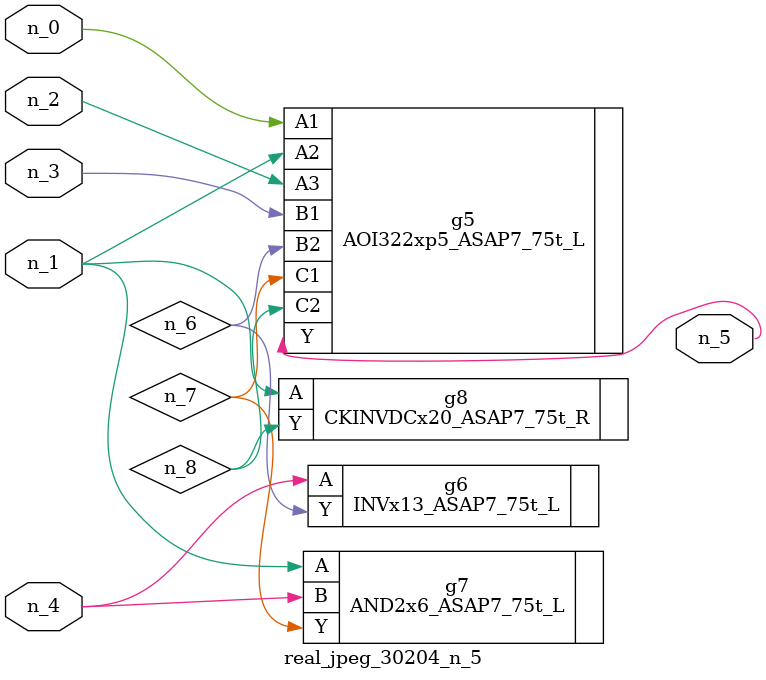
<source format=v>
module real_jpeg_30204_n_5 (n_4, n_0, n_1, n_2, n_3, n_5);

input n_4;
input n_0;
input n_1;
input n_2;
input n_3;

output n_5;

wire n_8;
wire n_6;
wire n_7;

AOI322xp5_ASAP7_75t_L g5 ( 
.A1(n_0),
.A2(n_1),
.A3(n_2),
.B1(n_3),
.B2(n_6),
.C1(n_7),
.C2(n_8),
.Y(n_5)
);

AND2x6_ASAP7_75t_L g7 ( 
.A(n_1),
.B(n_4),
.Y(n_7)
);

CKINVDCx20_ASAP7_75t_R g8 ( 
.A(n_1),
.Y(n_8)
);

INVx13_ASAP7_75t_L g6 ( 
.A(n_4),
.Y(n_6)
);


endmodule
</source>
